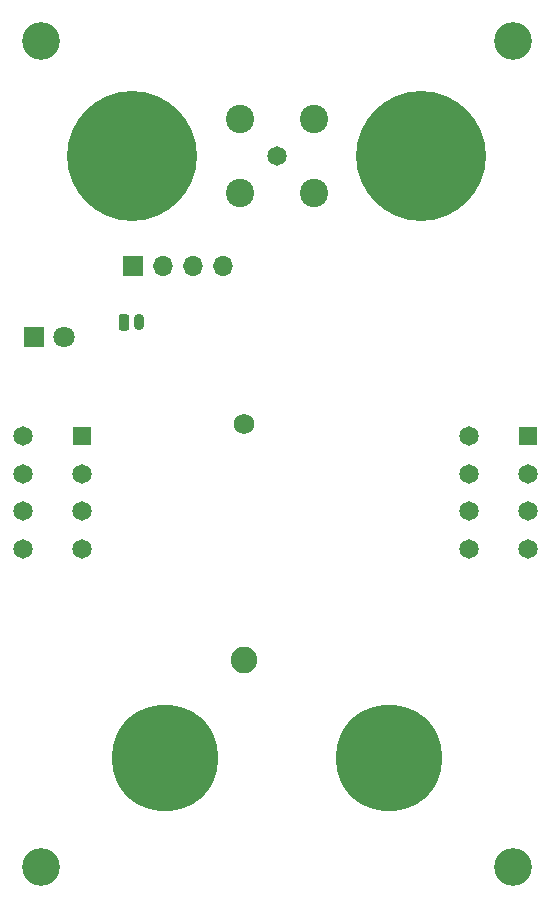
<source format=gbr>
%TF.GenerationSoftware,KiCad,Pcbnew,5.1.8-db9833491~87~ubuntu20.04.1*%
%TF.CreationDate,2020-11-29T21:19:56-07:00*%
%TF.ProjectId,smallcurrent,736d616c-6c63-4757-9272-656e742e6b69,rev?*%
%TF.SameCoordinates,Original*%
%TF.FileFunction,Soldermask,Top*%
%TF.FilePolarity,Negative*%
%FSLAX46Y46*%
G04 Gerber Fmt 4.6, Leading zero omitted, Abs format (unit mm)*
G04 Created by KiCad (PCBNEW 5.1.8-db9833491~87~ubuntu20.04.1) date 2020-11-29 21:19:56*
%MOMM*%
%LPD*%
G01*
G04 APERTURE LIST*
%ADD10C,1.800000*%
%ADD11R,1.800000X1.800000*%
%ADD12C,3.200000*%
%ADD13C,11.000000*%
%ADD14C,9.000000*%
%ADD15C,2.250000*%
%ADD16C,1.755000*%
%ADD17C,1.650000*%
%ADD18R,1.650000X1.650000*%
%ADD19O,1.700000X1.700000*%
%ADD20R,1.700000X1.700000*%
%ADD21O,0.900000X1.400000*%
%ADD22C,2.400000*%
G04 APERTURE END LIST*
D10*
%TO.C,D1*%
X106740000Y-129800000D03*
D11*
X104200000Y-129800000D03*
%TD*%
D12*
%TO.C,H4*%
X144750000Y-174750000D03*
%TD*%
%TO.C,H3*%
X144750000Y-104750000D03*
%TD*%
%TO.C,H2*%
X104750000Y-174750000D03*
%TD*%
%TO.C,H1*%
X104750000Y-104750000D03*
%TD*%
D13*
%TO.C,J4*%
X137000000Y-114500000D03*
%TD*%
%TO.C,J3*%
X112500000Y-114500000D03*
%TD*%
D14*
%TO.C,J2*%
X134250000Y-165500000D03*
%TD*%
%TO.C,J1*%
X115250000Y-165500000D03*
%TD*%
D15*
%TO.C,BT1*%
X122000000Y-157200000D03*
D16*
X122000000Y-137200000D03*
%TD*%
D17*
%TO.C,SW2*%
X103250000Y-147800000D03*
X103250000Y-144600000D03*
X103250000Y-141400000D03*
X103250000Y-138200000D03*
X108250000Y-147800000D03*
X108250000Y-144600000D03*
X108250000Y-141400000D03*
D18*
X108250000Y-138200000D03*
%TD*%
D17*
%TO.C,SW1*%
X141000000Y-147800000D03*
X141000000Y-144600000D03*
X141000000Y-141400000D03*
X141000000Y-138200000D03*
X146000000Y-147800000D03*
X146000000Y-144600000D03*
X146000000Y-141400000D03*
D18*
X146000000Y-138200000D03*
%TD*%
D19*
%TO.C,J6*%
X120220000Y-123800000D03*
X117680000Y-123800000D03*
X115140000Y-123800000D03*
D20*
X112600000Y-123800000D03*
%TD*%
%TO.C,J5*%
G36*
G01*
X111350000Y-129075000D02*
X111350000Y-128125000D01*
G75*
G02*
X111575000Y-127900000I225000J0D01*
G01*
X112025000Y-127900000D01*
G75*
G02*
X112250000Y-128125000I0J-225000D01*
G01*
X112250000Y-129075000D01*
G75*
G02*
X112025000Y-129300000I-225000J0D01*
G01*
X111575000Y-129300000D01*
G75*
G02*
X111350000Y-129075000I0J225000D01*
G01*
G37*
D21*
X113050000Y-128600000D03*
%TD*%
D22*
%TO.C,BC1*%
X121620000Y-117630000D03*
X127880000Y-117630000D03*
X127880000Y-111370000D03*
X121620000Y-111370000D03*
D17*
X124750000Y-114500000D03*
%TD*%
M02*

</source>
